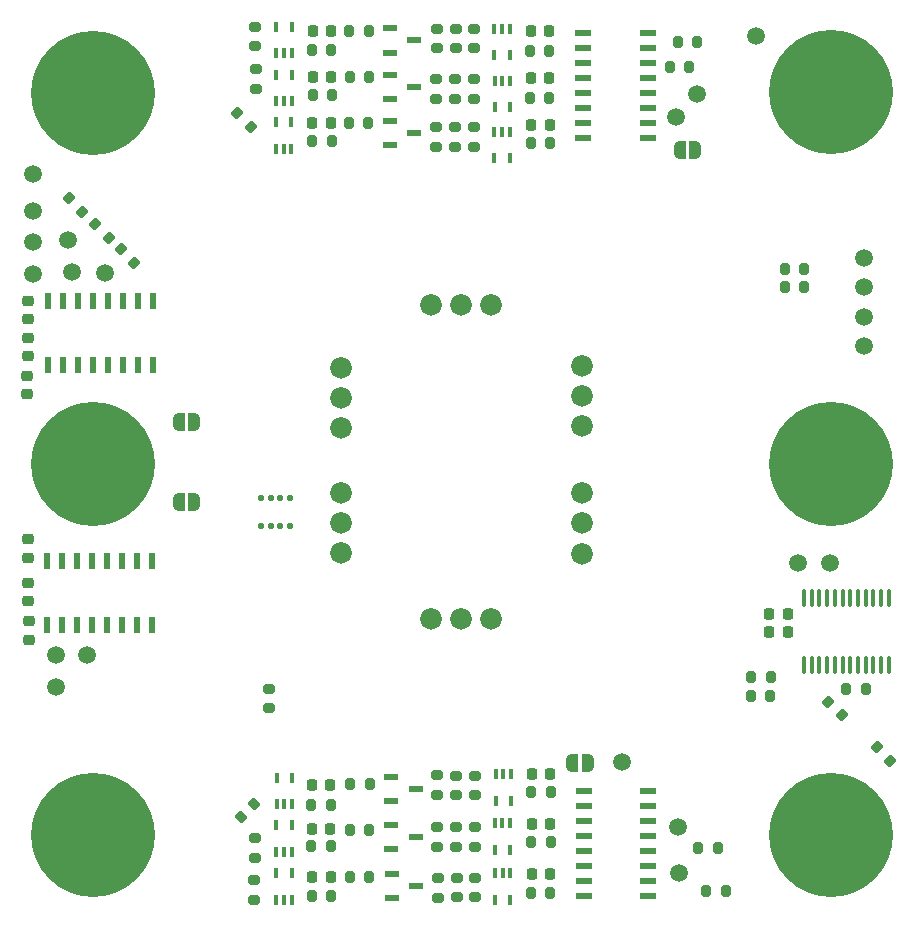
<source format=gts>
%TF.GenerationSoftware,KiCad,Pcbnew,7.0.11*%
%TF.CreationDate,2024-03-28T06:20:15-04:00*%
%TF.ProjectId,Sensor-Board,53656e73-6f72-42d4-926f-6172642e6b69,rev?*%
%TF.SameCoordinates,Original*%
%TF.FileFunction,Soldermask,Top*%
%TF.FilePolarity,Negative*%
%FSLAX46Y46*%
G04 Gerber Fmt 4.6, Leading zero omitted, Abs format (unit mm)*
G04 Created by KiCad (PCBNEW 7.0.11) date 2024-03-28 06:20:15*
%MOMM*%
%LPD*%
G01*
G04 APERTURE LIST*
G04 Aperture macros list*
%AMRoundRect*
0 Rectangle with rounded corners*
0 $1 Rounding radius*
0 $2 $3 $4 $5 $6 $7 $8 $9 X,Y pos of 4 corners*
0 Add a 4 corners polygon primitive as box body*
4,1,4,$2,$3,$4,$5,$6,$7,$8,$9,$2,$3,0*
0 Add four circle primitives for the rounded corners*
1,1,$1+$1,$2,$3*
1,1,$1+$1,$4,$5*
1,1,$1+$1,$6,$7*
1,1,$1+$1,$8,$9*
0 Add four rect primitives between the rounded corners*
20,1,$1+$1,$2,$3,$4,$5,0*
20,1,$1+$1,$4,$5,$6,$7,0*
20,1,$1+$1,$6,$7,$8,$9,0*
20,1,$1+$1,$8,$9,$2,$3,0*%
%AMFreePoly0*
4,1,19,0.500000,-0.750000,0.000000,-0.750000,0.000000,-0.744911,-0.071157,-0.744911,-0.207708,-0.704816,-0.327430,-0.627875,-0.420627,-0.520320,-0.479746,-0.390866,-0.500000,-0.250000,-0.500000,0.250000,-0.479746,0.390866,-0.420627,0.520320,-0.327430,0.627875,-0.207708,0.704816,-0.071157,0.744911,0.000000,0.744911,0.000000,0.750000,0.500000,0.750000,0.500000,-0.750000,0.500000,-0.750000,
$1*%
%AMFreePoly1*
4,1,19,0.000000,0.744911,0.071157,0.744911,0.207708,0.704816,0.327430,0.627875,0.420627,0.520320,0.479746,0.390866,0.500000,0.250000,0.500000,-0.250000,0.479746,-0.390866,0.420627,-0.520320,0.327430,-0.627875,0.207708,-0.704816,0.071157,-0.744911,0.000000,-0.744911,0.000000,-0.750000,-0.500000,-0.750000,-0.500000,0.750000,0.000000,0.750000,0.000000,0.744911,0.000000,0.744911,
$1*%
G04 Aperture macros list end*
%ADD10RoundRect,0.225000X0.250000X-0.225000X0.250000X0.225000X-0.250000X0.225000X-0.250000X-0.225000X0*%
%ADD11RoundRect,0.225000X0.225000X0.250000X-0.225000X0.250000X-0.225000X-0.250000X0.225000X-0.250000X0*%
%ADD12RoundRect,0.200000X-0.200000X-0.275000X0.200000X-0.275000X0.200000X0.275000X-0.200000X0.275000X0*%
%ADD13RoundRect,0.200000X0.200000X0.275000X-0.200000X0.275000X-0.200000X-0.275000X0.200000X-0.275000X0*%
%ADD14RoundRect,0.200000X-0.275000X0.200000X-0.275000X-0.200000X0.275000X-0.200000X0.275000X0.200000X0*%
%ADD15FreePoly0,180.000000*%
%ADD16FreePoly1,180.000000*%
%ADD17RoundRect,0.200000X0.275000X-0.200000X0.275000X0.200000X-0.275000X0.200000X-0.275000X-0.200000X0*%
%ADD18C,1.500000*%
%ADD19R,0.558800X1.460500*%
%ADD20C,1.498600*%
%ADD21R,0.304800X0.850900*%
%ADD22RoundRect,0.200000X0.053033X-0.335876X0.335876X-0.053033X-0.053033X0.335876X-0.335876X0.053033X0*%
%ADD23RoundRect,0.200000X-0.335876X-0.053033X-0.053033X-0.335876X0.335876X0.053033X0.053033X0.335876X0*%
%ADD24R,1.270000X0.558800*%
%ADD25C,10.500000*%
%ADD26R,1.460500X0.558800*%
%ADD27RoundRect,0.225000X-0.250000X0.225000X-0.250000X-0.225000X0.250000X-0.225000X0.250000X0.225000X0*%
%ADD28C,1.830000*%
%ADD29RoundRect,0.200000X0.335876X0.053033X0.053033X0.335876X-0.335876X-0.053033X-0.053033X-0.335876X0*%
%ADD30FreePoly0,0.000000*%
%ADD31FreePoly1,0.000000*%
%ADD32RoundRect,0.100000X0.100000X-0.637500X0.100000X0.637500X-0.100000X0.637500X-0.100000X-0.637500X0*%
%ADD33RoundRect,0.125000X-0.125000X-0.137500X0.125000X-0.137500X0.125000X0.137500X-0.125000X0.137500X0*%
G04 APERTURE END LIST*
D10*
%TO.C,C15*%
X100950000Y-83400000D03*
X100950000Y-81850000D03*
%TD*%
D11*
%TO.C,C21*%
X145150000Y-130400000D03*
X143600000Y-130400000D03*
%TD*%
D12*
%TO.C,R68*%
X143530000Y-131990000D03*
X145180000Y-131990000D03*
%TD*%
D13*
%TO.C,R22*%
X166675000Y-80700000D03*
X165025000Y-80700000D03*
%TD*%
D14*
%TO.C,R10*%
X137160000Y-58825000D03*
X137160000Y-60475000D03*
%TD*%
D15*
%TO.C,JP2*%
X157425000Y-69050000D03*
D16*
X156125000Y-69050000D03*
%TD*%
D11*
%TO.C,C2*%
X126583600Y-130671300D03*
X125033600Y-130671300D03*
%TD*%
D15*
%TO.C,JP3*%
X115050000Y-98900000D03*
D16*
X113750000Y-98900000D03*
%TD*%
D12*
%TO.C,R44*%
X125020000Y-68360000D03*
X126670000Y-68360000D03*
%TD*%
D17*
%TO.C,R41*%
X135600000Y-123670000D03*
X135600000Y-122020000D03*
%TD*%
D18*
%TO.C,TP17*%
X156000000Y-126400000D03*
%TD*%
D17*
%TO.C,R52*%
X137190000Y-128080000D03*
X137190000Y-126430000D03*
%TD*%
D19*
%TO.C,U5*%
X102650000Y-87298300D03*
X103920000Y-87298300D03*
X105190000Y-87298300D03*
X106460000Y-87298300D03*
X107730000Y-87298300D03*
X109000000Y-87298300D03*
X110270000Y-87298300D03*
X111540000Y-87298300D03*
X111540000Y-81850000D03*
X110270000Y-81850000D03*
X109000000Y-81850000D03*
X107730000Y-81850000D03*
X106460000Y-81850000D03*
X105190000Y-81850000D03*
X103920000Y-81850000D03*
X102650000Y-81850000D03*
%TD*%
D20*
%TO.C,J2*%
X171725000Y-78200000D03*
X171725000Y-80700000D03*
X171725000Y-83200000D03*
X171725000Y-85700000D03*
%TD*%
D18*
%TO.C,TP12*%
X166150000Y-104075000D03*
%TD*%
D21*
%TO.C,U9*%
X122000000Y-60887900D03*
X122649986Y-60887900D03*
X123299972Y-60887900D03*
X123299985Y-58640000D03*
X121999987Y-58640000D03*
%TD*%
D17*
%TO.C,R35*%
X138710000Y-64740000D03*
X138710000Y-63090000D03*
%TD*%
D21*
%TO.C,U11*%
X122000013Y-64940000D03*
X122649999Y-64940000D03*
X123299985Y-64940000D03*
X123299998Y-62692100D03*
X122000000Y-62692100D03*
%TD*%
D22*
%TO.C,R55*%
X118966637Y-125583363D03*
X120133363Y-124416637D03*
%TD*%
D23*
%TO.C,R23*%
X108800000Y-77500000D03*
X109966726Y-78666726D03*
%TD*%
D13*
%TO.C,R5*%
X126650000Y-132240000D03*
X125000000Y-132240000D03*
%TD*%
D18*
%TO.C,TP11*%
X168825000Y-104050000D03*
%TD*%
D24*
%TO.C,U15*%
X131600000Y-58770000D03*
X131600000Y-60827400D03*
X133682800Y-59798700D03*
%TD*%
D17*
%TO.C,R4*%
X120083600Y-132571300D03*
X120083600Y-130921300D03*
%TD*%
D12*
%TO.C,R16*%
X162150000Y-115300000D03*
X163800000Y-115300000D03*
%TD*%
D18*
%TO.C,TP10*%
X157625000Y-64350000D03*
%TD*%
D25*
%TO.C,H2*%
X106450200Y-127058400D03*
%TD*%
D13*
%TO.C,R45*%
X129825000Y-59000000D03*
X128175000Y-59000000D03*
%TD*%
D17*
%TO.C,R17*%
X121350000Y-116350000D03*
X121350000Y-114700000D03*
%TD*%
D18*
%TO.C,TP6*%
X155825000Y-66275000D03*
%TD*%
D12*
%TO.C,R19*%
X157725000Y-128200000D03*
X159375000Y-128200000D03*
%TD*%
D26*
%TO.C,U18*%
X147981700Y-59140000D03*
X147981700Y-60410000D03*
X147981700Y-61680000D03*
X147981700Y-62950000D03*
X147981700Y-64220000D03*
X147981700Y-65490000D03*
X147981700Y-66760000D03*
X147981700Y-68030000D03*
X153430000Y-68030000D03*
X153430000Y-66760000D03*
X153430000Y-65490000D03*
X153430000Y-64220000D03*
X153430000Y-62950000D03*
X153430000Y-61680000D03*
X153430000Y-60410000D03*
X153430000Y-59140000D03*
%TD*%
D10*
%TO.C,C4*%
X101050000Y-110550000D03*
X101050000Y-109000000D03*
%TD*%
D13*
%TO.C,R58*%
X163850000Y-113675000D03*
X162200000Y-113675000D03*
%TD*%
%TO.C,R6*%
X129858600Y-130671300D03*
X128208600Y-130671300D03*
%TD*%
D18*
%TO.C,TP14*%
X105925000Y-111875000D03*
%TD*%
D27*
%TO.C,C8*%
X100950000Y-102050000D03*
X100950000Y-103600000D03*
%TD*%
D17*
%TO.C,R42*%
X135600000Y-128090000D03*
X135600000Y-126440000D03*
%TD*%
D13*
%TO.C,R47*%
X129860000Y-62870000D03*
X128210000Y-62870000D03*
%TD*%
D12*
%TO.C,R26*%
X155975000Y-59975000D03*
X157625000Y-59975000D03*
%TD*%
D21*
%TO.C,U24*%
X141749972Y-58802100D03*
X141099986Y-58802100D03*
X140450000Y-58802100D03*
X140449987Y-61050000D03*
X141749985Y-61050000D03*
%TD*%
D11*
%TO.C,C10*%
X145075000Y-63000000D03*
X143525000Y-63000000D03*
%TD*%
D13*
%TO.C,R57*%
X129908600Y-122771300D03*
X128258600Y-122771300D03*
%TD*%
D11*
%TO.C,C20*%
X126533600Y-122821300D03*
X124983600Y-122821300D03*
%TD*%
D21*
%TO.C,U21*%
X141779985Y-126100000D03*
X141129999Y-126100000D03*
X140480013Y-126100000D03*
X140480000Y-128347900D03*
X141779998Y-128347900D03*
%TD*%
D25*
%TO.C,H1*%
X106450200Y-64236400D03*
%TD*%
D13*
%TO.C,R40*%
X126650000Y-60600000D03*
X125000000Y-60600000D03*
%TD*%
%TO.C,R25*%
X156950000Y-62075000D03*
X155300000Y-62075000D03*
%TD*%
D18*
%TO.C,TP15*%
X103340000Y-111830000D03*
%TD*%
D21*
%TO.C,U22*%
X141799972Y-130302100D03*
X141149986Y-130302100D03*
X140500000Y-130302100D03*
X140499987Y-132550000D03*
X141799985Y-132550000D03*
%TD*%
D27*
%TO.C,C5*%
X100980000Y-85010000D03*
X100980000Y-86560000D03*
%TD*%
D28*
%TO.C,U27*%
X127500000Y-92590000D03*
X127500000Y-90040000D03*
X127500000Y-87500000D03*
%TD*%
D11*
%TO.C,C17*%
X165275000Y-108325000D03*
X163725000Y-108325000D03*
%TD*%
D14*
%TO.C,R50*%
X135540000Y-63090000D03*
X135540000Y-64740000D03*
%TD*%
D21*
%TO.C,U2*%
X121980015Y-128497900D03*
X122630001Y-128497900D03*
X123279987Y-128497900D03*
X123280000Y-126250000D03*
X121980002Y-126250000D03*
%TD*%
D18*
%TO.C,TP5*%
X101350000Y-76875000D03*
%TD*%
D26*
%TO.C,U4*%
X148000000Y-123310000D03*
X148000000Y-124580000D03*
X148000000Y-125850000D03*
X148000000Y-127120000D03*
X148000000Y-128390000D03*
X148000000Y-129660000D03*
X148000000Y-130930000D03*
X148000000Y-132200000D03*
X153448300Y-132200000D03*
X153448300Y-130930000D03*
X153448300Y-129660000D03*
X153448300Y-128390000D03*
X153448300Y-127120000D03*
X153448300Y-125850000D03*
X153448300Y-124580000D03*
X153448300Y-123310000D03*
%TD*%
D13*
%TO.C,R43*%
X126710000Y-64460000D03*
X125060000Y-64460000D03*
%TD*%
D15*
%TO.C,JP1*%
X115050000Y-92075000D03*
D16*
X113750000Y-92075000D03*
%TD*%
D17*
%TO.C,R37*%
X120190000Y-60290000D03*
X120190000Y-58640000D03*
%TD*%
D23*
%TO.C,R28*%
X172816637Y-119616637D03*
X173983363Y-120783363D03*
%TD*%
D18*
%TO.C,TP8*%
X107460000Y-79530000D03*
%TD*%
D13*
%TO.C,R30*%
X171875000Y-114725000D03*
X170225000Y-114725000D03*
%TD*%
D17*
%TO.C,R54*%
X138780000Y-128090000D03*
X138780000Y-126440000D03*
%TD*%
D18*
%TO.C,TP16*%
X151275000Y-120925000D03*
%TD*%
%TO.C,TP13*%
X103340000Y-114570000D03*
%TD*%
%TO.C,TP9*%
X162625000Y-59450000D03*
%TD*%
D21*
%TO.C,U12*%
X121960014Y-68970000D03*
X122610000Y-68970000D03*
X123259986Y-68970000D03*
X123259999Y-66722100D03*
X121960001Y-66722100D03*
%TD*%
D18*
%TO.C,TP18*%
X156050000Y-130275000D03*
%TD*%
D29*
%TO.C,R39*%
X119825000Y-67125000D03*
X118658274Y-65958274D03*
%TD*%
D21*
%TO.C,U8*%
X141749985Y-67552100D03*
X141099999Y-67552100D03*
X140450013Y-67552100D03*
X140450000Y-69800000D03*
X141749998Y-69800000D03*
%TD*%
D11*
%TO.C,C11*%
X145125000Y-66925000D03*
X143575000Y-66925000D03*
%TD*%
D14*
%TO.C,R12*%
X137110000Y-67155000D03*
X137110000Y-68805000D03*
%TD*%
%TO.C,R11*%
X137100000Y-63090000D03*
X137100000Y-64740000D03*
%TD*%
D17*
%TO.C,R38*%
X120250000Y-63910000D03*
X120250000Y-62260000D03*
%TD*%
D25*
%TO.C,H6*%
X168934200Y-127096400D03*
%TD*%
D24*
%TO.C,U17*%
X131600000Y-66602600D03*
X131600000Y-68660000D03*
X133682800Y-67631300D03*
%TD*%
D12*
%TO.C,R7*%
X143555000Y-123410000D03*
X145205000Y-123410000D03*
%TD*%
D17*
%TO.C,R46*%
X135660000Y-132370000D03*
X135660000Y-130720000D03*
%TD*%
D18*
%TO.C,TP7*%
X101350000Y-79575000D03*
%TD*%
D28*
%TO.C,U28*%
X147850000Y-87380000D03*
X147850000Y-89930000D03*
X147850000Y-92470000D03*
%TD*%
D11*
%TO.C,C14*%
X126590000Y-66780000D03*
X125040000Y-66780000D03*
%TD*%
D25*
%TO.C,H4*%
X168934200Y-95627500D03*
%TD*%
D11*
%TO.C,C1*%
X126535000Y-126530000D03*
X124985000Y-126530000D03*
%TD*%
D25*
%TO.C,H5*%
X168934200Y-64196600D03*
%TD*%
D11*
%TO.C,C7*%
X145100000Y-59000000D03*
X143550000Y-59000000D03*
%TD*%
%TO.C,C16*%
X165275000Y-109900000D03*
X163725000Y-109900000D03*
%TD*%
%TO.C,C3*%
X145155000Y-121890000D03*
X143605000Y-121890000D03*
%TD*%
D18*
%TO.C,TP2*%
X104350000Y-76675000D03*
%TD*%
D24*
%TO.C,U16*%
X131590000Y-62702600D03*
X131590000Y-64760000D03*
X133672800Y-63731300D03*
%TD*%
D12*
%TO.C,R15*%
X143525000Y-68525000D03*
X145175000Y-68525000D03*
%TD*%
D24*
%TO.C,U26*%
X131700000Y-122150000D03*
X131700000Y-124207400D03*
X133782800Y-123178700D03*
%TD*%
D19*
%TO.C,U25*%
X111490000Y-103851700D03*
X110220000Y-103851700D03*
X108950000Y-103851700D03*
X107680000Y-103851700D03*
X106410000Y-103851700D03*
X105140000Y-103851700D03*
X103870000Y-103851700D03*
X102600000Y-103851700D03*
X102600000Y-109300000D03*
X103870000Y-109300000D03*
X105140000Y-109300000D03*
X106410000Y-109300000D03*
X107680000Y-109300000D03*
X108950000Y-109300000D03*
X110220000Y-109300000D03*
X111490000Y-109300000D03*
%TD*%
D13*
%TO.C,R56*%
X126608600Y-124571300D03*
X124958600Y-124571300D03*
%TD*%
D17*
%TO.C,R69*%
X138820000Y-132365000D03*
X138820000Y-130715000D03*
%TD*%
D10*
%TO.C,C9*%
X101000000Y-107275000D03*
X101000000Y-105725000D03*
%TD*%
D25*
%TO.C,H3*%
X106450200Y-95627500D03*
%TD*%
D17*
%TO.C,R18*%
X138720000Y-60485000D03*
X138720000Y-58835000D03*
%TD*%
D24*
%TO.C,U19*%
X131700000Y-126230000D03*
X131700000Y-128287400D03*
X133782800Y-127258700D03*
%TD*%
D18*
%TO.C,TP3*%
X101375000Y-71150000D03*
%TD*%
D12*
%TO.C,R20*%
X158375000Y-131825000D03*
X160025000Y-131825000D03*
%TD*%
D17*
%TO.C,R51*%
X135525000Y-68790000D03*
X135525000Y-67140000D03*
%TD*%
D28*
%TO.C,U23*%
X140140000Y-108750000D03*
X137590000Y-108750000D03*
X135050000Y-108750000D03*
%TD*%
D17*
%TO.C,R9*%
X138820000Y-123690000D03*
X138820000Y-122040000D03*
%TD*%
D21*
%TO.C,U1*%
X122010014Y-124490000D03*
X122660000Y-124490000D03*
X123309986Y-124490000D03*
X123309999Y-122242100D03*
X122010001Y-122242100D03*
%TD*%
D13*
%TO.C,R2*%
X126585000Y-128050000D03*
X124935000Y-128050000D03*
%TD*%
D23*
%TO.C,R24*%
X106625000Y-75350000D03*
X107791726Y-76516726D03*
%TD*%
D11*
%TO.C,C19*%
X145175000Y-126160000D03*
X143625000Y-126160000D03*
%TD*%
D12*
%TO.C,R21*%
X165025000Y-79125000D03*
X166675000Y-79125000D03*
%TD*%
D23*
%TO.C,R29*%
X168716637Y-115791637D03*
X169883363Y-116958363D03*
%TD*%
D21*
%TO.C,U7*%
X141779987Y-63202100D03*
X141130001Y-63202100D03*
X140480015Y-63202100D03*
X140480002Y-65450000D03*
X141780000Y-65450000D03*
%TD*%
D11*
%TO.C,C12*%
X126625000Y-59000000D03*
X125075000Y-59000000D03*
%TD*%
D13*
%TO.C,R3*%
X129833600Y-126671300D03*
X128183600Y-126671300D03*
%TD*%
D17*
%TO.C,R36*%
X138690000Y-68820000D03*
X138690000Y-67170000D03*
%TD*%
D10*
%TO.C,C6*%
X100920000Y-89750000D03*
X100920000Y-88200000D03*
%TD*%
D21*
%TO.C,U3*%
X121983615Y-132571300D03*
X122633601Y-132571300D03*
X123283587Y-132571300D03*
X123283600Y-130323400D03*
X121983602Y-130323400D03*
%TD*%
%TO.C,U14*%
X141849985Y-121940000D03*
X141199999Y-121940000D03*
X140550013Y-121940000D03*
X140550000Y-124187900D03*
X141849998Y-124187900D03*
%TD*%
D12*
%TO.C,R14*%
X143465000Y-64680000D03*
X145115000Y-64680000D03*
%TD*%
D24*
%TO.C,U20*%
X131742200Y-130371300D03*
X131742200Y-132428700D03*
X133825000Y-131400000D03*
%TD*%
D12*
%TO.C,R53*%
X143580000Y-127690000D03*
X145230000Y-127690000D03*
%TD*%
D17*
%TO.C,R67*%
X137260000Y-132355000D03*
X137260000Y-130705000D03*
%TD*%
D14*
%TO.C,R49*%
X135565000Y-58825000D03*
X135565000Y-60475000D03*
%TD*%
D30*
%TO.C,JP4*%
X147050000Y-121000000D03*
D31*
X148350000Y-121000000D03*
%TD*%
D32*
%TO.C,U32*%
X166675000Y-112700000D03*
X167325000Y-112700000D03*
X167975000Y-112700000D03*
X168625000Y-112700000D03*
X169275000Y-112700000D03*
X169925000Y-112700000D03*
X170575000Y-112700000D03*
X171225000Y-112700000D03*
X171875000Y-112700000D03*
X172525000Y-112700000D03*
X173175000Y-112700000D03*
X173825000Y-112700000D03*
X173825000Y-106975000D03*
X173175000Y-106975000D03*
X172525000Y-106975000D03*
X171875000Y-106975000D03*
X171225000Y-106975000D03*
X170575000Y-106975000D03*
X169925000Y-106975000D03*
X169275000Y-106975000D03*
X168625000Y-106975000D03*
X167975000Y-106975000D03*
X167325000Y-106975000D03*
X166675000Y-106975000D03*
%TD*%
D11*
%TO.C,C13*%
X126645000Y-62860000D03*
X125095000Y-62860000D03*
%TD*%
D17*
%TO.C,R1*%
X120150000Y-128995000D03*
X120150000Y-127345000D03*
%TD*%
D14*
%TO.C,R8*%
X137210000Y-122050000D03*
X137210000Y-123700000D03*
%TD*%
D18*
%TO.C,TP1*%
X104670000Y-79410000D03*
%TD*%
D33*
%TO.C,U6*%
X120720000Y-98535000D03*
X121520000Y-98535000D03*
X122320000Y-98535000D03*
X123120000Y-98535000D03*
X123120000Y-100910000D03*
X122320000Y-100910000D03*
X121520000Y-100910000D03*
X120720000Y-100910000D03*
%TD*%
D23*
%TO.C,R27*%
X104400000Y-73175000D03*
X105566726Y-74341726D03*
%TD*%
D13*
%TO.C,R48*%
X129750000Y-66790000D03*
X128100000Y-66790000D03*
%TD*%
D12*
%TO.C,R13*%
X143465000Y-60680000D03*
X145115000Y-60680000D03*
%TD*%
D18*
%TO.C,TP4*%
X101350000Y-74250000D03*
%TD*%
D28*
%TO.C,U30*%
X147850000Y-103250000D03*
X147850000Y-100700000D03*
X147850000Y-98160000D03*
%TD*%
%TO.C,U29*%
X140190000Y-82200000D03*
X137640000Y-82200000D03*
X135100000Y-82200000D03*
%TD*%
%TO.C,U31*%
X127500000Y-98110000D03*
X127500000Y-100660000D03*
X127500000Y-103200000D03*
%TD*%
M02*

</source>
